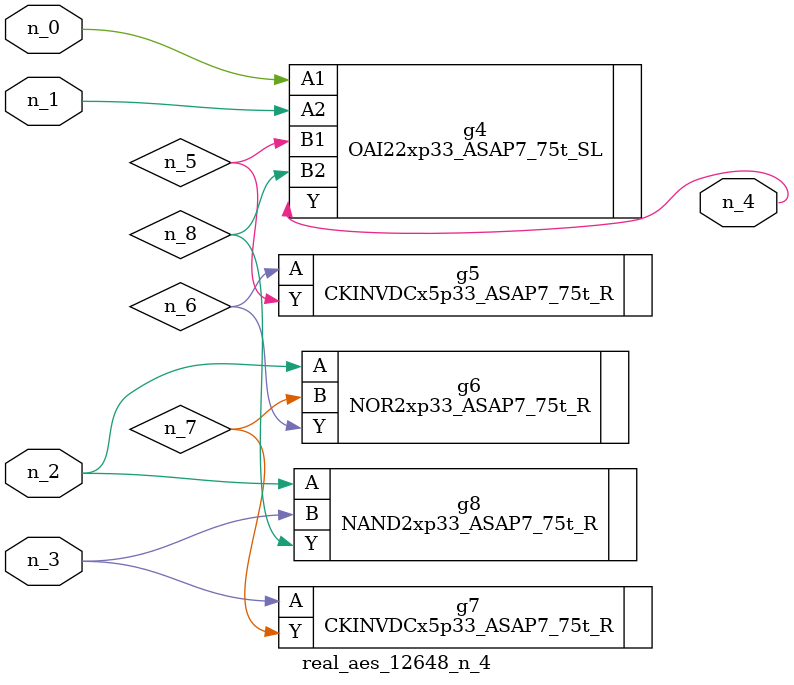
<source format=v>
module real_aes_12648_n_4 (n_0, n_3, n_2, n_1, n_4);
input n_0;
input n_3;
input n_2;
input n_1;
output n_4;
wire n_5;
wire n_7;
wire n_8;
wire n_6;
OAI22xp33_ASAP7_75t_SL g4 ( .A1(n_0), .A2(n_1), .B1(n_5), .B2(n_8), .Y(n_4) );
NOR2xp33_ASAP7_75t_R g6 ( .A(n_2), .B(n_7), .Y(n_6) );
NAND2xp33_ASAP7_75t_R g8 ( .A(n_2), .B(n_3), .Y(n_8) );
CKINVDCx5p33_ASAP7_75t_R g7 ( .A(n_3), .Y(n_7) );
CKINVDCx5p33_ASAP7_75t_R g5 ( .A(n_6), .Y(n_5) );
endmodule
</source>
